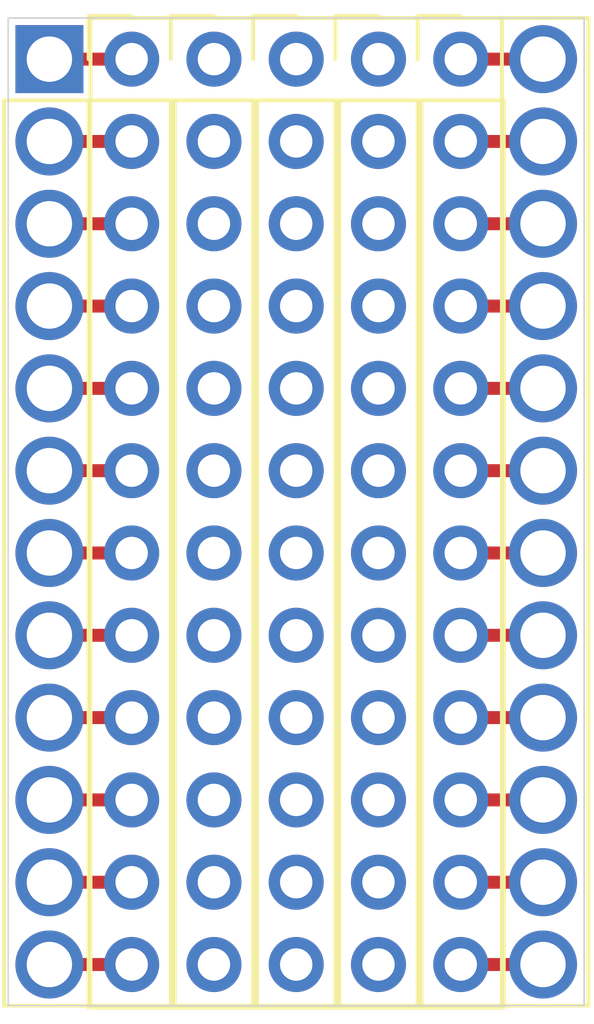
<source format=kicad_pcb>
(kicad_pcb (version 20171130) (host pcbnew 5.1.5)

  (general
    (thickness 0.8)
    (drawings 4)
    (tracks 24)
    (zones 0)
    (modules 6)
    (nets 23)
  )

  (page A4)
  (title_block
    (title DEV)
    (date 2021-04-29)
    (company nerdyscout)
  )

  (layers
    (0 F.Cu mixed)
    (31 B.Cu mixed)
    (32 B.Adhes user)
    (33 F.Adhes user)
    (34 B.Paste user)
    (35 F.Paste user)
    (36 B.SilkS user)
    (37 F.SilkS user)
    (38 B.Mask user)
    (39 F.Mask user)
    (40 Dwgs.User user)
    (41 Cmts.User user)
    (42 Eco1.User user)
    (43 Eco2.User user)
    (44 Edge.Cuts user)
    (45 Margin user)
    (46 B.CrtYd user)
    (47 F.CrtYd user)
    (48 B.Fab user)
    (49 F.Fab user)
  )

  (setup
    (last_trace_width 0.25)
    (user_trace_width 0.1)
    (user_trace_width 0.2)
    (user_trace_width 0.25)
    (user_trace_width 0.4)
    (trace_clearance 0.2)
    (zone_clearance 0.508)
    (zone_45_only no)
    (trace_min 0.1)
    (via_size 0.5)
    (via_drill 0.2)
    (via_min_size 0.45)
    (via_min_drill 0.2)
    (user_via 0.45 0.2)
    (user_via 0.5 0.2)
    (user_via 0.6 0.3)
    (uvia_size 0.3)
    (uvia_drill 0.1)
    (uvias_allowed no)
    (uvia_min_size 0.2)
    (uvia_min_drill 0.1)
    (edge_width 0.05)
    (segment_width 0.2)
    (pcb_text_width 0.3)
    (pcb_text_size 1.5 1.5)
    (mod_edge_width 0.12)
    (mod_text_size 1 1)
    (mod_text_width 0.15)
    (pad_size 1.7 1.7)
    (pad_drill 1)
    (pad_to_mask_clearance 0)
    (aux_axis_origin 0 0)
    (visible_elements FFFFFF7F)
    (pcbplotparams
      (layerselection 0x010fc_ffffffff)
      (usegerberextensions false)
      (usegerberattributes false)
      (usegerberadvancedattributes false)
      (creategerberjobfile false)
      (excludeedgelayer true)
      (linewidth 0.100000)
      (plotframeref false)
      (viasonmask false)
      (mode 1)
      (useauxorigin false)
      (hpglpennumber 1)
      (hpglpenspeed 20)
      (hpglpendiameter 15.000000)
      (psnegative false)
      (psa4output false)
      (plotreference true)
      (plotvalue true)
      (plotinvisibletext false)
      (padsonsilk false)
      (subtractmaskfromsilk false)
      (outputformat 1)
      (mirror false)
      (drillshape 1)
      (scaleselection 1)
      (outputdirectory ""))
  )

  (net 0 "")
  (net 1 +5V)
  (net 2 GND)
  (net 3 ~RST)
  (net 4 CS1)
  (net 5 +3V3)
  (net 6 D8)
  (net 7 TCK)
  (net 8 INT)
  (net 9 TMS)
  (net 10 BTN)
  (net 11 TDO)
  (net 12 PWM)
  (net 13 TDI)
  (net 14 STAT)
  (net 15 SCK)
  (net 16 SCL)
  (net 17 CIPO)
  (net 18 SDA)
  (net 19 COPI)
  (net 20 CS0)
  (net 21 TXD)
  (net 22 RXD)

  (net_class Default "This is the default net class."
    (clearance 0.2)
    (trace_width 0.25)
    (via_dia 0.5)
    (via_drill 0.2)
    (uvia_dia 0.3)
    (uvia_drill 0.1)
    (add_net +3V3)
    (add_net +5V)
    (add_net BTN)
    (add_net CIPO)
    (add_net COPI)
    (add_net CS0)
    (add_net CS1)
    (add_net D8)
    (add_net GND)
    (add_net INT)
    (add_net PWM)
    (add_net RXD)
    (add_net SCK)
    (add_net SCL)
    (add_net SDA)
    (add_net STAT)
    (add_net TCK)
    (add_net TDI)
    (add_net TDO)
    (add_net TMS)
    (add_net TXD)
    (add_net ~RST)
  )

  (net_class Power ""
    (clearance 0.2)
    (trace_width 0.4)
    (via_dia 0.6)
    (via_drill 0.3)
    (uvia_dia 0.3)
    (uvia_drill 0.1)
  )

  (net_class small ""
    (clearance 0.2)
    (trace_width 0.2)
    (via_dia 0.5)
    (via_drill 0.2)
    (uvia_dia 0.3)
    (uvia_drill 0.1)
  )

  (net_class tiny ""
    (clearance 0.1)
    (trace_width 0.1)
    (via_dia 0.45)
    (via_drill 0.2)
    (uvia_dia 0.3)
    (uvia_drill 0.1)
  )

  (module Connector_PinHeader_2.54mm:PinHeader_1x12_P2.54mm_Vertical (layer F.Cu) (tedit 603FDE1F) (tstamp 603FDECF)
    (at 133.985 90.17)
    (descr "Through hole straight pin header, 1x12, 2.54mm pitch, single row")
    (tags "Through hole pin header THT 1x12 2.54mm single row")
    (path /6044074D)
    (fp_text reference J5 (at 0 -2.33) (layer F.SilkS) hide
      (effects (font (size 1 1) (thickness 0.15)))
    )
    (fp_text value Conn_01x12 (at 0 30.27) (layer F.Fab) hide
      (effects (font (size 1 1) (thickness 0.15)))
    )
    (fp_text user %R (at 0 13.97 90) (layer F.Fab) hide
      (effects (font (size 1 1) (thickness 0.15)))
    )
    (fp_line (start 1.8 -1.8) (end -1.8 -1.8) (layer F.CrtYd) (width 0.05))
    (fp_line (start 1.8 29.75) (end 1.8 -1.8) (layer F.CrtYd) (width 0.05))
    (fp_line (start -1.8 29.75) (end 1.8 29.75) (layer F.CrtYd) (width 0.05))
    (fp_line (start -1.8 -1.8) (end -1.8 29.75) (layer F.CrtYd) (width 0.05))
    (fp_line (start -1.33 -1.33) (end 0 -1.33) (layer F.SilkS) (width 0.12))
    (fp_line (start -1.33 0) (end -1.33 -1.33) (layer F.SilkS) (width 0.12))
    (fp_line (start -1.33 1.27) (end 1.33 1.27) (layer F.SilkS) (width 0.12))
    (fp_line (start 1.33 1.27) (end 1.33 29.27) (layer F.SilkS) (width 0.12))
    (fp_line (start -1.33 1.27) (end -1.33 29.27) (layer F.SilkS) (width 0.12))
    (fp_line (start -1.33 29.27) (end 1.33 29.27) (layer F.SilkS) (width 0.12))
    (fp_line (start -1.27 -0.635) (end -0.635 -1.27) (layer F.Fab) (width 0.1))
    (fp_line (start -1.27 29.21) (end -1.27 -0.635) (layer F.Fab) (width 0.1))
    (fp_line (start 1.27 29.21) (end -1.27 29.21) (layer F.Fab) (width 0.1))
    (fp_line (start 1.27 -1.27) (end 1.27 29.21) (layer F.Fab) (width 0.1))
    (fp_line (start -0.635 -1.27) (end 1.27 -1.27) (layer F.Fab) (width 0.1))
    (pad 12 thru_hole oval (at 0 27.94) (size 1.7 1.7) (drill 1) (layers *.Cu *.Mask))
    (pad 11 thru_hole oval (at 0 25.4) (size 1.7 1.7) (drill 1) (layers *.Cu *.Mask))
    (pad 10 thru_hole oval (at 0 22.86) (size 1.7 1.7) (drill 1) (layers *.Cu *.Mask))
    (pad 9 thru_hole oval (at 0 20.32) (size 1.7 1.7) (drill 1) (layers *.Cu *.Mask))
    (pad 8 thru_hole oval (at 0 17.78) (size 1.7 1.7) (drill 1) (layers *.Cu *.Mask))
    (pad 7 thru_hole oval (at 0 15.24) (size 1.7 1.7) (drill 1) (layers *.Cu *.Mask))
    (pad 6 thru_hole oval (at 0 12.7) (size 1.7 1.7) (drill 1) (layers *.Cu *.Mask))
    (pad 5 thru_hole oval (at 0 10.16) (size 1.7 1.7) (drill 1) (layers *.Cu *.Mask))
    (pad 4 thru_hole oval (at 0 7.62) (size 1.7 1.7) (drill 1) (layers *.Cu *.Mask))
    (pad 3 thru_hole oval (at 0 5.08) (size 1.7 1.7) (drill 1) (layers *.Cu *.Mask))
    (pad 2 thru_hole oval (at 0 2.54) (size 1.7 1.7) (drill 1) (layers *.Cu *.Mask))
    (pad 1 thru_hole circle (at 0 0) (size 1.7 1.7) (drill 1) (layers *.Cu *.Mask))
    (model ${KISYS3DMOD}/Connector_PinHeader_2.54mm.3dshapes/PinHeader_1x12_P2.54mm_Vertical.wrl
      (at (xyz 0 0 0))
      (scale (xyz 1 1 1))
      (rotate (xyz 0 0 0))
    )
  )

  (module Connector_PinHeader_2.54mm:PinHeader_1x12_P2.54mm_Vertical (layer F.Cu) (tedit 603FDE17) (tstamp 603FDEAF)
    (at 136.525 90.17)
    (descr "Through hole straight pin header, 1x12, 2.54mm pitch, single row")
    (tags "Through hole pin header THT 1x12 2.54mm single row")
    (path /604419DF)
    (fp_text reference J4 (at 0 -2.33) (layer F.SilkS) hide
      (effects (font (size 1 1) (thickness 0.15)))
    )
    (fp_text value Conn_01x12 (at 0 30.27) (layer F.Fab) hide
      (effects (font (size 1 1) (thickness 0.15)))
    )
    (fp_text user %R (at 0 13.97 90) (layer F.Fab) hide
      (effects (font (size 1 1) (thickness 0.15)))
    )
    (fp_line (start 1.8 -1.8) (end -1.8 -1.8) (layer F.CrtYd) (width 0.05))
    (fp_line (start 1.8 29.75) (end 1.8 -1.8) (layer F.CrtYd) (width 0.05))
    (fp_line (start -1.8 29.75) (end 1.8 29.75) (layer F.CrtYd) (width 0.05))
    (fp_line (start -1.8 -1.8) (end -1.8 29.75) (layer F.CrtYd) (width 0.05))
    (fp_line (start -1.33 -1.33) (end 0 -1.33) (layer F.SilkS) (width 0.12))
    (fp_line (start -1.33 0) (end -1.33 -1.33) (layer F.SilkS) (width 0.12))
    (fp_line (start -1.33 1.27) (end 1.33 1.27) (layer F.SilkS) (width 0.12))
    (fp_line (start 1.33 1.27) (end 1.33 29.27) (layer F.SilkS) (width 0.12))
    (fp_line (start -1.33 1.27) (end -1.33 29.27) (layer F.SilkS) (width 0.12))
    (fp_line (start -1.33 29.27) (end 1.33 29.27) (layer F.SilkS) (width 0.12))
    (fp_line (start -1.27 -0.635) (end -0.635 -1.27) (layer F.Fab) (width 0.1))
    (fp_line (start -1.27 29.21) (end -1.27 -0.635) (layer F.Fab) (width 0.1))
    (fp_line (start 1.27 29.21) (end -1.27 29.21) (layer F.Fab) (width 0.1))
    (fp_line (start 1.27 -1.27) (end 1.27 29.21) (layer F.Fab) (width 0.1))
    (fp_line (start -0.635 -1.27) (end 1.27 -1.27) (layer F.Fab) (width 0.1))
    (pad 12 thru_hole oval (at 0 27.94) (size 1.7 1.7) (drill 1) (layers *.Cu *.Mask))
    (pad 11 thru_hole oval (at 0 25.4) (size 1.7 1.7) (drill 1) (layers *.Cu *.Mask))
    (pad 10 thru_hole oval (at 0 22.86) (size 1.7 1.7) (drill 1) (layers *.Cu *.Mask))
    (pad 9 thru_hole oval (at 0 20.32) (size 1.7 1.7) (drill 1) (layers *.Cu *.Mask))
    (pad 8 thru_hole oval (at 0 17.78) (size 1.7 1.7) (drill 1) (layers *.Cu *.Mask))
    (pad 7 thru_hole oval (at 0 15.24) (size 1.7 1.7) (drill 1) (layers *.Cu *.Mask))
    (pad 6 thru_hole oval (at 0 12.7) (size 1.7 1.7) (drill 1) (layers *.Cu *.Mask))
    (pad 5 thru_hole oval (at 0 10.16) (size 1.7 1.7) (drill 1) (layers *.Cu *.Mask))
    (pad 4 thru_hole oval (at 0 7.62) (size 1.7 1.7) (drill 1) (layers *.Cu *.Mask))
    (pad 3 thru_hole oval (at 0 5.08) (size 1.7 1.7) (drill 1) (layers *.Cu *.Mask))
    (pad 2 thru_hole oval (at 0 2.54) (size 1.7 1.7) (drill 1) (layers *.Cu *.Mask))
    (pad 1 thru_hole circle (at 0 0) (size 1.7 1.7) (drill 1) (layers *.Cu *.Mask))
    (model ${KISYS3DMOD}/Connector_PinHeader_2.54mm.3dshapes/PinHeader_1x12_P2.54mm_Vertical.wrl
      (at (xyz 0 0 0))
      (scale (xyz 1 1 1))
      (rotate (xyz 0 0 0))
    )
  )

  (module Connector_PinHeader_2.54mm:PinHeader_1x12_P2.54mm_Vertical (layer F.Cu) (tedit 603FDE26) (tstamp 603FDE8F)
    (at 131.445 90.17)
    (descr "Through hole straight pin header, 1x12, 2.54mm pitch, single row")
    (tags "Through hole pin header THT 1x12 2.54mm single row")
    (path /60441F69)
    (fp_text reference J3 (at 0 -2.33) (layer F.SilkS) hide
      (effects (font (size 1 1) (thickness 0.15)))
    )
    (fp_text value Conn_01x12 (at 0 30.27) (layer F.Fab) hide
      (effects (font (size 1 1) (thickness 0.15)))
    )
    (fp_text user %R (at 0 13.97 90) (layer F.Fab) hide
      (effects (font (size 1 1) (thickness 0.15)))
    )
    (fp_line (start 1.8 -1.8) (end -1.8 -1.8) (layer F.CrtYd) (width 0.05))
    (fp_line (start 1.8 29.75) (end 1.8 -1.8) (layer F.CrtYd) (width 0.05))
    (fp_line (start -1.8 29.75) (end 1.8 29.75) (layer F.CrtYd) (width 0.05))
    (fp_line (start -1.8 -1.8) (end -1.8 29.75) (layer F.CrtYd) (width 0.05))
    (fp_line (start -1.33 -1.33) (end 0 -1.33) (layer F.SilkS) (width 0.12))
    (fp_line (start -1.33 0) (end -1.33 -1.33) (layer F.SilkS) (width 0.12))
    (fp_line (start -1.33 1.27) (end 1.33 1.27) (layer F.SilkS) (width 0.12))
    (fp_line (start 1.33 1.27) (end 1.33 29.27) (layer F.SilkS) (width 0.12))
    (fp_line (start -1.33 1.27) (end -1.33 29.27) (layer F.SilkS) (width 0.12))
    (fp_line (start -1.33 29.27) (end 1.33 29.27) (layer F.SilkS) (width 0.12))
    (fp_line (start -1.27 -0.635) (end -0.635 -1.27) (layer F.Fab) (width 0.1))
    (fp_line (start -1.27 29.21) (end -1.27 -0.635) (layer F.Fab) (width 0.1))
    (fp_line (start 1.27 29.21) (end -1.27 29.21) (layer F.Fab) (width 0.1))
    (fp_line (start 1.27 -1.27) (end 1.27 29.21) (layer F.Fab) (width 0.1))
    (fp_line (start -0.635 -1.27) (end 1.27 -1.27) (layer F.Fab) (width 0.1))
    (pad 12 thru_hole oval (at 0 27.94) (size 1.7 1.7) (drill 1) (layers *.Cu *.Mask))
    (pad 11 thru_hole oval (at 0 25.4) (size 1.7 1.7) (drill 1) (layers *.Cu *.Mask))
    (pad 10 thru_hole oval (at 0 22.86) (size 1.7 1.7) (drill 1) (layers *.Cu *.Mask))
    (pad 9 thru_hole oval (at 0 20.32) (size 1.7 1.7) (drill 1) (layers *.Cu *.Mask))
    (pad 8 thru_hole oval (at 0 17.78) (size 1.7 1.7) (drill 1) (layers *.Cu *.Mask))
    (pad 7 thru_hole oval (at 0 15.24) (size 1.7 1.7) (drill 1) (layers *.Cu *.Mask))
    (pad 6 thru_hole oval (at 0 12.7) (size 1.7 1.7) (drill 1) (layers *.Cu *.Mask))
    (pad 5 thru_hole oval (at 0 10.16) (size 1.7 1.7) (drill 1) (layers *.Cu *.Mask))
    (pad 4 thru_hole oval (at 0 7.62) (size 1.7 1.7) (drill 1) (layers *.Cu *.Mask))
    (pad 3 thru_hole oval (at 0 5.08) (size 1.7 1.7) (drill 1) (layers *.Cu *.Mask))
    (pad 2 thru_hole oval (at 0 2.54) (size 1.7 1.7) (drill 1) (layers *.Cu *.Mask))
    (pad 1 thru_hole circle (at 0 0) (size 1.7 1.7) (drill 1) (layers *.Cu *.Mask))
    (model ${KISYS3DMOD}/Connector_PinHeader_2.54mm.3dshapes/PinHeader_1x12_P2.54mm_Vertical.wrl
      (at (xyz 0 0 0))
      (scale (xyz 1 1 1))
      (rotate (xyz 0 0 0))
    )
  )

  (module Connector_PinHeader_2.54mm:PinHeader_1x12_P2.54mm_Vertical (layer F.Cu) (tedit 603FDE0E) (tstamp 603FDAE1)
    (at 139.065 90.17)
    (descr "Through hole straight pin header, 1x12, 2.54mm pitch, single row")
    (tags "Through hole pin header THT 1x12 2.54mm single row")
    (path /603FFCEB)
    (fp_text reference J2 (at 0 -2.33) (layer F.SilkS) hide
      (effects (font (size 1 1) (thickness 0.15)))
    )
    (fp_text value Conn_01x12 (at 0 30.27) (layer F.Fab) hide
      (effects (font (size 1 1) (thickness 0.15)))
    )
    (fp_text user %R (at 0 13.97 90) (layer F.Fab) hide
      (effects (font (size 1 1) (thickness 0.15)))
    )
    (fp_line (start 1.8 -1.8) (end -1.8 -1.8) (layer F.CrtYd) (width 0.05))
    (fp_line (start 1.8 29.75) (end 1.8 -1.8) (layer F.CrtYd) (width 0.05))
    (fp_line (start -1.8 29.75) (end 1.8 29.75) (layer F.CrtYd) (width 0.05))
    (fp_line (start -1.8 -1.8) (end -1.8 29.75) (layer F.CrtYd) (width 0.05))
    (fp_line (start -1.33 -1.33) (end 0 -1.33) (layer F.SilkS) (width 0.12))
    (fp_line (start -1.33 0) (end -1.33 -1.33) (layer F.SilkS) (width 0.12))
    (fp_line (start -1.33 1.27) (end 1.33 1.27) (layer F.SilkS) (width 0.12))
    (fp_line (start 1.33 1.27) (end 1.33 29.27) (layer F.SilkS) (width 0.12))
    (fp_line (start -1.33 1.27) (end -1.33 29.27) (layer F.SilkS) (width 0.12))
    (fp_line (start -1.33 29.27) (end 1.33 29.27) (layer F.SilkS) (width 0.12))
    (fp_line (start -1.27 -0.635) (end -0.635 -1.27) (layer F.Fab) (width 0.1))
    (fp_line (start -1.27 29.21) (end -1.27 -0.635) (layer F.Fab) (width 0.1))
    (fp_line (start 1.27 29.21) (end -1.27 29.21) (layer F.Fab) (width 0.1))
    (fp_line (start 1.27 -1.27) (end 1.27 29.21) (layer F.Fab) (width 0.1))
    (fp_line (start -0.635 -1.27) (end 1.27 -1.27) (layer F.Fab) (width 0.1))
    (pad 12 thru_hole oval (at 0 27.94) (size 1.7 1.7) (drill 1) (layers *.Cu *.Mask)
      (net 20 CS0))
    (pad 11 thru_hole oval (at 0 25.4) (size 1.7 1.7) (drill 1) (layers *.Cu *.Mask)
      (net 19 COPI))
    (pad 10 thru_hole oval (at 0 22.86) (size 1.7 1.7) (drill 1) (layers *.Cu *.Mask)
      (net 17 CIPO))
    (pad 9 thru_hole oval (at 0 20.32) (size 1.7 1.7) (drill 1) (layers *.Cu *.Mask)
      (net 15 SCK))
    (pad 8 thru_hole oval (at 0 17.78) (size 1.7 1.7) (drill 1) (layers *.Cu *.Mask)
      (net 13 TDI))
    (pad 7 thru_hole oval (at 0 15.24) (size 1.7 1.7) (drill 1) (layers *.Cu *.Mask)
      (net 11 TDO))
    (pad 6 thru_hole oval (at 0 12.7) (size 1.7 1.7) (drill 1) (layers *.Cu *.Mask)
      (net 9 TMS))
    (pad 5 thru_hole oval (at 0 10.16) (size 1.7 1.7) (drill 1) (layers *.Cu *.Mask)
      (net 7 TCK))
    (pad 4 thru_hole oval (at 0 7.62) (size 1.7 1.7) (drill 1) (layers *.Cu *.Mask)
      (net 5 +3V3))
    (pad 3 thru_hole oval (at 0 5.08) (size 1.7 1.7) (drill 1) (layers *.Cu *.Mask)
      (net 3 ~RST))
    (pad 2 thru_hole oval (at 0 2.54) (size 1.7 1.7) (drill 1) (layers *.Cu *.Mask)
      (net 2 GND))
    (pad 1 thru_hole circle (at 0 0) (size 1.7 1.7) (drill 1) (layers *.Cu *.Mask)
      (net 1 +5V))
    (model ${KISYS3DMOD}/Connector_PinHeader_2.54mm.3dshapes/PinHeader_1x12_P2.54mm_Vertical.wrl
      (at (xyz 0 0 0))
      (scale (xyz 1 1 1))
      (rotate (xyz 0 0 0))
    )
  )

  (module Connector_PinHeader_2.54mm:PinHeader_1x12_P2.54mm_Vertical (layer F.Cu) (tedit 603FDE2B) (tstamp 603FDBA6)
    (at 128.905 90.17)
    (descr "Through hole straight pin header, 1x12, 2.54mm pitch, single row")
    (tags "Through hole pin header THT 1x12 2.54mm single row")
    (path /603FEB5B)
    (fp_text reference J1 (at 0 -2.33) (layer F.SilkS) hide
      (effects (font (size 1 1) (thickness 0.15)))
    )
    (fp_text value Conn_01x12 (at 0 30.27) (layer F.Fab) hide
      (effects (font (size 1 1) (thickness 0.15)))
    )
    (fp_text user %R (at 0 13.97 90) (layer F.Fab) hide
      (effects (font (size 1 1) (thickness 0.15)))
    )
    (fp_line (start 1.8 -1.8) (end -1.8 -1.8) (layer F.CrtYd) (width 0.05))
    (fp_line (start 1.8 29.75) (end 1.8 -1.8) (layer F.CrtYd) (width 0.05))
    (fp_line (start -1.8 29.75) (end 1.8 29.75) (layer F.CrtYd) (width 0.05))
    (fp_line (start -1.8 -1.8) (end -1.8 29.75) (layer F.CrtYd) (width 0.05))
    (fp_line (start -1.33 -1.33) (end 0 -1.33) (layer F.SilkS) (width 0.12))
    (fp_line (start -1.33 0) (end -1.33 -1.33) (layer F.SilkS) (width 0.12))
    (fp_line (start -1.33 1.27) (end 1.33 1.27) (layer F.SilkS) (width 0.12))
    (fp_line (start 1.33 1.27) (end 1.33 29.27) (layer F.SilkS) (width 0.12))
    (fp_line (start -1.33 1.27) (end -1.33 29.27) (layer F.SilkS) (width 0.12))
    (fp_line (start -1.33 29.27) (end 1.33 29.27) (layer F.SilkS) (width 0.12))
    (fp_line (start -1.27 -0.635) (end -0.635 -1.27) (layer F.Fab) (width 0.1))
    (fp_line (start -1.27 29.21) (end -1.27 -0.635) (layer F.Fab) (width 0.1))
    (fp_line (start 1.27 29.21) (end -1.27 29.21) (layer F.Fab) (width 0.1))
    (fp_line (start 1.27 -1.27) (end 1.27 29.21) (layer F.Fab) (width 0.1))
    (fp_line (start -0.635 -1.27) (end 1.27 -1.27) (layer F.Fab) (width 0.1))
    (pad 12 thru_hole oval (at 0 27.94) (size 1.7 1.7) (drill 1) (layers *.Cu *.Mask)
      (net 4 CS1))
    (pad 11 thru_hole oval (at 0 25.4) (size 1.7 1.7) (drill 1) (layers *.Cu *.Mask)
      (net 6 D8))
    (pad 10 thru_hole oval (at 0 22.86) (size 1.7 1.7) (drill 1) (layers *.Cu *.Mask)
      (net 8 INT))
    (pad 9 thru_hole oval (at 0 20.32) (size 1.7 1.7) (drill 1) (layers *.Cu *.Mask)
      (net 10 BTN))
    (pad 8 thru_hole oval (at 0 17.78) (size 1.7 1.7) (drill 1) (layers *.Cu *.Mask)
      (net 12 PWM))
    (pad 7 thru_hole oval (at 0 15.24) (size 1.7 1.7) (drill 1) (layers *.Cu *.Mask)
      (net 14 STAT))
    (pad 6 thru_hole oval (at 0 12.7) (size 1.7 1.7) (drill 1) (layers *.Cu *.Mask)
      (net 16 SCL))
    (pad 5 thru_hole oval (at 0 10.16) (size 1.7 1.7) (drill 1) (layers *.Cu *.Mask)
      (net 18 SDA))
    (pad 4 thru_hole oval (at 0 7.62) (size 1.7 1.7) (drill 1) (layers *.Cu *.Mask)
      (net 2 GND))
    (pad 3 thru_hole oval (at 0 5.08) (size 1.7 1.7) (drill 1) (layers *.Cu *.Mask)
      (net 2 GND))
    (pad 2 thru_hole oval (at 0 2.54) (size 1.7 1.7) (drill 1) (layers *.Cu *.Mask)
      (net 21 TXD))
    (pad 1 thru_hole circle (at 0 0) (size 1.7 1.7) (drill 1) (layers *.Cu *.Mask)
      (net 22 RXD))
    (model ${KISYS3DMOD}/Connector_PinHeader_2.54mm.3dshapes/PinHeader_1x12_P2.54mm_Vertical.wrl
      (at (xyz 0 0 0))
      (scale (xyz 1 1 1))
      (rotate (xyz 0 0 0))
    )
  )

  (module lib:ProMicro (layer F.Cu) (tedit 60147CBE) (tstamp 603FD39A)
    (at 126.365 90.17)
    (descr "castellated module with extra wide strackable holes")
    (tags "ProMicro Module")
    (path /5FB97DAC)
    (attr virtual)
    (fp_text reference A1 (at 5.715 13.97 90) (layer F.SilkS) hide
      (effects (font (size 1 1) (thickness 0.15)))
    )
    (fp_text value Sparkfun_Pro_Micro (at 8.89 13.97 90) (layer F.Fab)
      (effects (font (size 1 1) (thickness 0.15)))
    )
    (fp_text user %R (at 5.715 13.97 90) (layer F.Fab)
      (effects (font (size 1 1) (thickness 0.15)))
    )
    (fp_line (start -1.4 1.27) (end -1.4 29.21) (layer F.SilkS) (width 0.12))
    (fp_line (start 13.97 -1.27) (end 13.97 29.21) (layer F.SilkS) (width 0.12))
    (fp_line (start 1.27 1.27) (end -1.4 1.27) (layer F.SilkS) (width 0.12))
    (fp_line (start 1.27 -1.27) (end 1.27 29.21) (layer F.SilkS) (width 0.12))
    (fp_line (start -1.4 29.21) (end 16.64 29.21) (layer F.SilkS) (width 0.12))
    (fp_line (start 16.64 29.21) (end 16.64 -1.27) (layer F.SilkS) (width 0.12))
    (fp_line (start 16.64 -1.27) (end 1.27 -1.27) (layer F.SilkS) (width 0.12))
    (fp_line (start 16.5 29.05) (end -1.27 29.05) (layer F.Fab) (width 0.1))
    (fp_line (start -1.27 29.05) (end -1.27 -0.6) (layer F.Fab) (width 0.1))
    (fp_line (start -0.8 -1.1) (end -1.27 -0.6) (layer F.Fab) (width 0.1))
    (fp_line (start -0.8 -1.1) (end 16.5 -1.1) (layer F.Fab) (width 0.1))
    (fp_line (start 16.5 -1.1) (end 16.5 29.05) (layer F.Fab) (width 0.1))
    (fp_line (start -1.5 -1.5) (end 16.8 -1.5) (layer F.CrtYd) (width 0.05))
    (fp_line (start -1.5 -1.5) (end -1.5 29.3) (layer F.CrtYd) (width 0.05))
    (fp_line (start 16.8 29.3) (end 16.8 -1.5) (layer F.CrtYd) (width 0.05))
    (fp_line (start 16.8 29.3) (end -1.5 29.3) (layer F.CrtYd) (width 0.05))
    (pad 24 thru_hole circle (at 15.24 0) (size 2.1 2.1) (drill 1.4) (layers *.Cu *.Mask)
      (net 1 +5V))
    (pad 23 thru_hole circle (at 15.24 2.54) (size 2.1 2.1) (drill 1.4) (layers *.Cu *.Mask)
      (net 2 GND))
    (pad 22 thru_hole circle (at 15.24 5.08) (size 2.1 2.1) (drill 1.4) (layers *.Cu *.Mask)
      (net 3 ~RST))
    (pad 12 thru_hole circle (at 0 27.94) (size 2.1 2.1) (drill 1.4) (layers *.Cu *.Mask)
      (net 4 CS1))
    (pad 21 thru_hole circle (at 15.24 7.62) (size 2.1 2.1) (drill 1.4) (layers *.Cu *.Mask)
      (net 5 +3V3))
    (pad 11 thru_hole circle (at 0 25.4) (size 2.1 2.1) (drill 1.4) (layers *.Cu *.Mask)
      (net 6 D8))
    (pad 20 thru_hole circle (at 15.24 10.16) (size 2.1 2.1) (drill 1.4) (layers *.Cu *.Mask)
      (net 7 TCK))
    (pad 10 thru_hole circle (at 0 22.86) (size 2.1 2.1) (drill 1.4) (layers *.Cu *.Mask)
      (net 8 INT))
    (pad 19 thru_hole circle (at 15.24 12.7) (size 2.1 2.1) (drill 1.4) (layers *.Cu *.Mask)
      (net 9 TMS))
    (pad 9 thru_hole circle (at 0 20.32) (size 2.1 2.1) (drill 1.4) (layers *.Cu *.Mask)
      (net 10 BTN))
    (pad 18 thru_hole circle (at 15.24 15.24) (size 2.1 2.1) (drill 1.4) (layers *.Cu *.Mask)
      (net 11 TDO))
    (pad 8 thru_hole circle (at 0 17.78) (size 2.1 2.1) (drill 1.4) (layers *.Cu *.Mask)
      (net 12 PWM))
    (pad 17 thru_hole circle (at 15.24 17.78) (size 2.1 2.1) (drill 1.4) (layers *.Cu *.Mask)
      (net 13 TDI))
    (pad 7 thru_hole circle (at 0 15.24) (size 2.1 2.1) (drill 1.4) (layers *.Cu *.Mask)
      (net 14 STAT))
    (pad 16 thru_hole circle (at 15.24 20.32) (size 2.1 2.1) (drill 1.4) (layers *.Cu *.Mask)
      (net 15 SCK))
    (pad 6 thru_hole circle (at 0 12.7) (size 2.1 2.1) (drill 1.4) (layers *.Cu *.Mask)
      (net 16 SCL))
    (pad 15 thru_hole circle (at 15.24 22.86) (size 2.1 2.1) (drill 1.4) (layers *.Cu *.Mask)
      (net 17 CIPO))
    (pad 5 thru_hole circle (at 0 10.16) (size 2.1 2.1) (drill 1.4) (layers *.Cu *.Mask)
      (net 18 SDA))
    (pad 14 thru_hole circle (at 15.24 25.4) (size 2.1 2.1) (drill 1.4) (layers *.Cu *.Mask)
      (net 19 COPI))
    (pad 4 thru_hole circle (at 0 7.62) (size 2.1 2.1) (drill 1.4) (layers *.Cu *.Mask)
      (net 2 GND))
    (pad 13 thru_hole circle (at 15.24 27.94) (size 2.1 2.1) (drill 1.4) (layers *.Cu *.Mask)
      (net 20 CS0))
    (pad 3 thru_hole circle (at 0 5.08) (size 2.1 2.1) (drill 1.4) (layers *.Cu *.Mask)
      (net 2 GND))
    (pad 2 thru_hole circle (at 0 2.54) (size 2.1 2.1) (drill 1.4) (layers *.Cu *.Mask)
      (net 21 TXD))
    (pad 1 thru_hole rect (at 0 0) (size 2.1 2.1) (drill 1.4) (layers *.Cu *.Mask)
      (net 22 RXD))
    (model ${KISYS3DMOD}/Module.3dshapes/Sparkfun_Pro_Micro.wrl
      (at (xyz 0 0 0))
      (scale (xyz 1 1 1))
      (rotate (xyz 0 0 0))
    )
  )

  (gr_line (start 125.095 119.38) (end 125.095 88.9) (layer Edge.Cuts) (width 0.05) (tstamp 603FE196))
  (gr_line (start 142.875 119.38) (end 125.095 119.38) (layer Edge.Cuts) (width 0.05))
  (gr_line (start 142.875 88.9) (end 142.875 119.38) (layer Edge.Cuts) (width 0.05))
  (gr_line (start 125.095 88.9) (end 142.875 88.9) (layer Edge.Cuts) (width 0.05))

  (segment (start 141.605 90.17) (end 139.065 90.17) (width 0.4) (layer F.Cu) (net 1))
  (segment (start 126.365 95.25) (end 128.905 95.25) (width 0.4) (layer F.Cu) (net 2))
  (segment (start 128.905 97.79) (end 126.365 97.79) (width 0.4) (layer F.Cu) (net 2))
  (segment (start 139.065 92.71) (end 141.605 92.71) (width 0.4) (layer F.Cu) (net 2))
  (segment (start 139.065 95.25) (end 141.605 95.25) (width 0.4) (layer F.Cu) (net 3))
  (segment (start 126.365 118.11) (end 128.905 118.11) (width 0.4) (layer F.Cu) (net 4))
  (segment (start 139.065 97.79) (end 141.605 97.79) (width 0.4) (layer F.Cu) (net 5))
  (segment (start 128.905 115.57) (end 126.365 115.57) (width 0.4) (layer F.Cu) (net 6))
  (segment (start 141.605 100.33) (end 139.065 100.33) (width 0.4) (layer F.Cu) (net 7))
  (segment (start 126.365 113.03) (end 128.905 113.03) (width 0.4) (layer F.Cu) (net 8))
  (segment (start 139.065 102.87) (end 141.605 102.87) (width 0.4) (layer F.Cu) (net 9))
  (segment (start 128.905 110.49) (end 126.365 110.49) (width 0.4) (layer F.Cu) (net 10))
  (segment (start 139.065 105.41) (end 141.605 105.41) (width 0.4) (layer F.Cu) (net 11))
  (segment (start 128.905 107.95) (end 126.365 107.95) (width 0.4) (layer F.Cu) (net 12))
  (segment (start 141.605 107.95) (end 139.065 107.95) (width 0.4) (layer F.Cu) (net 13))
  (segment (start 126.365 105.41) (end 128.905 105.41) (width 0.4) (layer F.Cu) (net 14))
  (segment (start 139.065 110.49) (end 141.605 110.49) (width 0.4) (layer F.Cu) (net 15))
  (segment (start 128.905 102.87) (end 126.365 102.87) (width 0.4) (layer F.Cu) (net 16))
  (segment (start 141.605 113.03) (end 139.065 113.03) (width 0.4) (layer F.Cu) (net 17))
  (segment (start 126.365 100.33) (end 128.905 100.33) (width 0.4) (layer F.Cu) (net 18))
  (segment (start 141.605 115.57) (end 139.065 115.57) (width 0.4) (layer F.Cu) (net 19))
  (segment (start 139.065 118.11) (end 141.605 118.11) (width 0.4) (layer F.Cu) (net 20))
  (segment (start 126.365 92.71) (end 128.905 92.71) (width 0.4) (layer F.Cu) (net 21))
  (segment (start 128.905 90.17) (end 126.365 90.17) (width 0.4) (layer F.Cu) (net 22))

)

</source>
